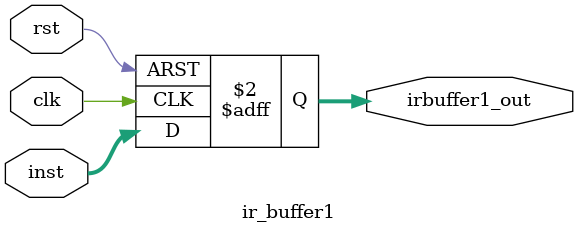
<source format=sv>
module ir_buffer1
(
    input  logic        clk,
    input  logic        rst,
    input  logic [31:0] inst,// Input from the main IR
    output logic [31:0] irbuffer1_out// Output to Decode stage
);
    always_ff @(posedge clk or posedge rst)
    begin
        if (rst)
            irbuffer1_out <= 32'h13;
        else
            irbuffer1_out <= inst;// Pass IR to Decode stage
    end
endmodule
</source>
